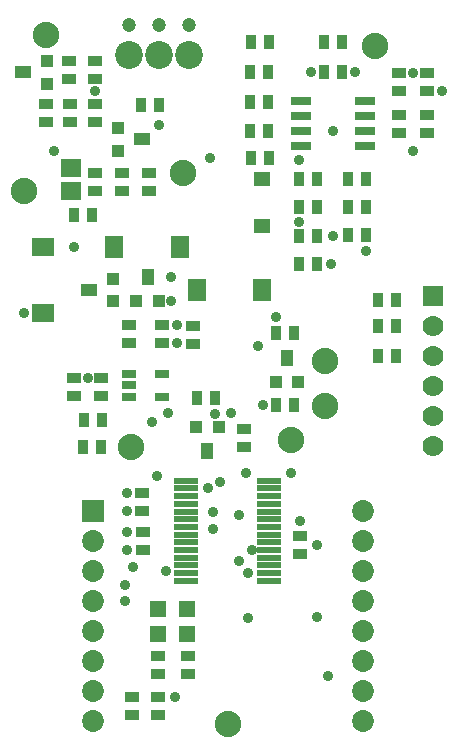
<source format=gts>
G04 Layer_Color=8388736*
%FSLAX25Y25*%
%MOIN*%
G70*
G01*
G75*
%ADD44R,0.04400X0.05800*%
%ADD45R,0.04400X0.04400*%
%ADD46R,0.03800X0.04800*%
%ADD47R,0.04800X0.03800*%
%ADD48R,0.05721X0.04737*%
%ADD49R,0.05918X0.07729*%
%ADD50R,0.07729X0.05918*%
%ADD51R,0.04400X0.04400*%
%ADD52R,0.05800X0.04400*%
%ADD53R,0.06902X0.03162*%
%ADD54R,0.07913X0.02402*%
%ADD55R,0.05524X0.05524*%
%ADD56R,0.05131X0.03162*%
%ADD57R,0.06706X0.05918*%
%ADD58C,0.09300*%
%ADD59C,0.04731*%
%ADD60C,0.08800*%
%ADD61C,0.07000*%
%ADD62R,0.07000X0.07000*%
%ADD63C,0.07300*%
%ADD64R,0.07300X0.07300*%
%ADD65C,0.03600*%
D44*
X-6850Y104992D02*
D03*
X-26800Y162883D02*
D03*
X19700Y136073D02*
D03*
D45*
X-10550Y112992D02*
D03*
X-3050D02*
D03*
X-23100Y154883D02*
D03*
X-30600D02*
D03*
X23400Y128073D02*
D03*
X15900D02*
D03*
D46*
X-4373Y122675D02*
D03*
X-10373D02*
D03*
X49885Y136660D02*
D03*
X55885D02*
D03*
X22000Y120340D02*
D03*
X16000D02*
D03*
X21958Y144340D02*
D03*
X15958D02*
D03*
X37958Y231340D02*
D03*
X31958D02*
D03*
X7585Y202660D02*
D03*
X13585D02*
D03*
X7542Y241160D02*
D03*
X13543D02*
D03*
X31892D02*
D03*
X37892D02*
D03*
X55885Y146460D02*
D03*
X49885D02*
D03*
X55885Y155400D02*
D03*
X49885D02*
D03*
X13457Y221160D02*
D03*
X7457D02*
D03*
X13500Y211660D02*
D03*
X7500D02*
D03*
X29802Y195660D02*
D03*
X23802D02*
D03*
X46042D02*
D03*
X40042D02*
D03*
X7457Y231180D02*
D03*
X13457D02*
D03*
X46042Y186160D02*
D03*
X40042D02*
D03*
X29802D02*
D03*
X23802D02*
D03*
X46085Y176820D02*
D03*
X40085D02*
D03*
X29802Y176660D02*
D03*
X23802D02*
D03*
X29760Y167340D02*
D03*
X23760D02*
D03*
X-48352Y106431D02*
D03*
X-42352D02*
D03*
X-42107Y115251D02*
D03*
X-48107D02*
D03*
X-45304Y183660D02*
D03*
X-51304D02*
D03*
X-23020Y220160D02*
D03*
X-29021D02*
D03*
D47*
X5340Y106342D02*
D03*
Y112342D02*
D03*
X-32000Y23000D02*
D03*
Y17000D02*
D03*
X-23340Y23000D02*
D03*
Y17000D02*
D03*
X-28506Y84845D02*
D03*
Y90845D02*
D03*
X-28304Y78000D02*
D03*
Y72000D02*
D03*
X24000Y70500D02*
D03*
Y76500D02*
D03*
X66340Y211000D02*
D03*
Y217000D02*
D03*
Y225043D02*
D03*
Y231043D02*
D03*
X-21988Y140850D02*
D03*
Y146850D02*
D03*
X-51310Y123176D02*
D03*
Y129175D02*
D03*
X-42309Y123133D02*
D03*
Y129133D02*
D03*
X-44160Y191542D02*
D03*
Y197543D02*
D03*
X-13340Y30457D02*
D03*
Y36457D02*
D03*
X-23340Y30457D02*
D03*
Y36457D02*
D03*
X57160Y210958D02*
D03*
Y216957D02*
D03*
Y224957D02*
D03*
Y230958D02*
D03*
X-11524Y146745D02*
D03*
Y140745D02*
D03*
X-33000Y146850D02*
D03*
Y140850D02*
D03*
X-35160Y197543D02*
D03*
Y191542D02*
D03*
X-26340Y191457D02*
D03*
Y197458D02*
D03*
X-52660Y220543D02*
D03*
Y214543D02*
D03*
X-44160Y220543D02*
D03*
Y214543D02*
D03*
X-44340Y228958D02*
D03*
Y234958D02*
D03*
X-52840Y228958D02*
D03*
Y234958D02*
D03*
X-60797Y214458D02*
D03*
Y220458D02*
D03*
D48*
X11445Y179921D02*
D03*
Y195669D02*
D03*
D49*
X-37945Y173000D02*
D03*
X-16055D02*
D03*
X-10445Y158700D02*
D03*
X11445D02*
D03*
D50*
X-61500Y172945D02*
D03*
Y151055D02*
D03*
D51*
X-60483Y234900D02*
D03*
Y227400D02*
D03*
X-36517Y205100D02*
D03*
Y212600D02*
D03*
X-38483Y162400D02*
D03*
Y154900D02*
D03*
D52*
X-68483Y231200D02*
D03*
X-28517Y208800D02*
D03*
X-46483Y158700D02*
D03*
D53*
X45630Y221500D02*
D03*
Y216500D02*
D03*
Y211500D02*
D03*
Y206500D02*
D03*
X24370D02*
D03*
Y211500D02*
D03*
Y216500D02*
D03*
Y221500D02*
D03*
D54*
X13712Y94996D02*
D03*
Y92437D02*
D03*
Y89878D02*
D03*
Y87319D02*
D03*
Y84760D02*
D03*
Y82201D02*
D03*
Y79642D02*
D03*
Y77083D02*
D03*
Y74524D02*
D03*
Y71965D02*
D03*
Y69406D02*
D03*
Y66847D02*
D03*
Y64287D02*
D03*
Y61728D02*
D03*
X-13847D02*
D03*
Y64287D02*
D03*
Y66847D02*
D03*
Y69406D02*
D03*
Y71965D02*
D03*
Y74524D02*
D03*
Y77083D02*
D03*
Y79642D02*
D03*
Y82201D02*
D03*
Y84760D02*
D03*
Y87319D02*
D03*
Y89878D02*
D03*
Y92437D02*
D03*
Y94996D02*
D03*
D55*
X-23340Y52134D02*
D03*
Y43866D02*
D03*
X-13500D02*
D03*
Y52134D02*
D03*
D56*
X-22025Y123052D02*
D03*
X-33049Y126792D02*
D03*
X-22025Y130532D02*
D03*
X-33049Y123052D02*
D03*
Y130532D02*
D03*
D57*
X-52480Y191760D02*
D03*
Y199240D02*
D03*
D58*
X-13000Y237000D02*
D03*
X-23000D02*
D03*
X-33000D02*
D03*
D59*
Y247000D02*
D03*
X-23000D02*
D03*
X-13000D02*
D03*
D60*
X49000Y240000D02*
D03*
X-67945Y191760D02*
D03*
X-60500Y243500D02*
D03*
X-32283Y106299D02*
D03*
X20866Y108661D02*
D03*
X32500Y120000D02*
D03*
Y135000D02*
D03*
X-15000Y197458D02*
D03*
X0Y14000D02*
D03*
D61*
X68441Y146500D02*
D03*
Y106500D02*
D03*
Y116500D02*
D03*
Y126500D02*
D03*
Y136500D02*
D03*
D62*
Y156500D02*
D03*
D63*
X45000Y25000D02*
D03*
Y75000D02*
D03*
Y65000D02*
D03*
Y85000D02*
D03*
Y45000D02*
D03*
Y35000D02*
D03*
Y55000D02*
D03*
Y15000D02*
D03*
X-45000Y65000D02*
D03*
Y15000D02*
D03*
Y55000D02*
D03*
Y35000D02*
D03*
Y25000D02*
D03*
Y45000D02*
D03*
Y75000D02*
D03*
D64*
Y85000D02*
D03*
D65*
X11811Y120340D02*
D03*
X-4858Y84646D02*
D03*
X3543Y83465D02*
D03*
X-34252Y55000D02*
D03*
Y60173D02*
D03*
X29802Y49500D02*
D03*
X6693Y64330D02*
D03*
Y49213D02*
D03*
X29802Y73622D02*
D03*
X3543Y68110D02*
D03*
X-25197Y114567D02*
D03*
X23802Y181410D02*
D03*
X-17500Y23000D02*
D03*
X33500Y30000D02*
D03*
X-31496Y66142D02*
D03*
X24160Y81500D02*
D03*
X8000Y71965D02*
D03*
X-4858Y79100D02*
D03*
X-20500Y65000D02*
D03*
X-2600Y94488D02*
D03*
X-19020Y162900D02*
D03*
X-44340Y224840D02*
D03*
X-58000Y204792D02*
D03*
X35000Y176660D02*
D03*
Y211500D02*
D03*
X71372Y225043D02*
D03*
X27542Y231340D02*
D03*
X42500D02*
D03*
X15900Y149500D02*
D03*
X-33500Y71965D02*
D03*
Y78043D02*
D03*
Y90802D02*
D03*
Y84802D02*
D03*
X23802Y202000D02*
D03*
X34500Y167340D02*
D03*
X46085Y171500D02*
D03*
X-23000Y213500D02*
D03*
X61708Y230958D02*
D03*
Y204792D02*
D03*
X-67945Y151055D02*
D03*
X-51304Y173000D02*
D03*
X-19000Y155000D02*
D03*
X6000Y97500D02*
D03*
X21000D02*
D03*
X-6500Y92437D02*
D03*
X-16840Y140850D02*
D03*
Y146850D02*
D03*
X-46788Y129133D02*
D03*
X-23802Y96500D02*
D03*
X-20000Y117500D02*
D03*
X-4231Y117323D02*
D03*
X-6021Y202500D02*
D03*
X1181Y117500D02*
D03*
X10000Y140042D02*
D03*
M02*

</source>
